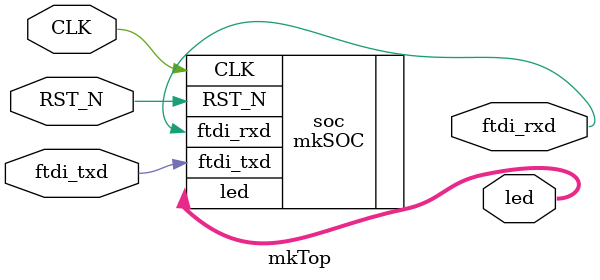
<source format=v>
module mkTop (
  input CLK,
  input RST_N,

  output [7:0] led,
  output ftdi_rxd,
  input ftdi_txd
);

  mkSOC soc(
    .CLK(CLK),
    .RST_N(RST_N),

    .led(led),
    .ftdi_txd(ftdi_txd),
    .ftdi_rxd(ftdi_rxd)
  );

endmodule

</source>
